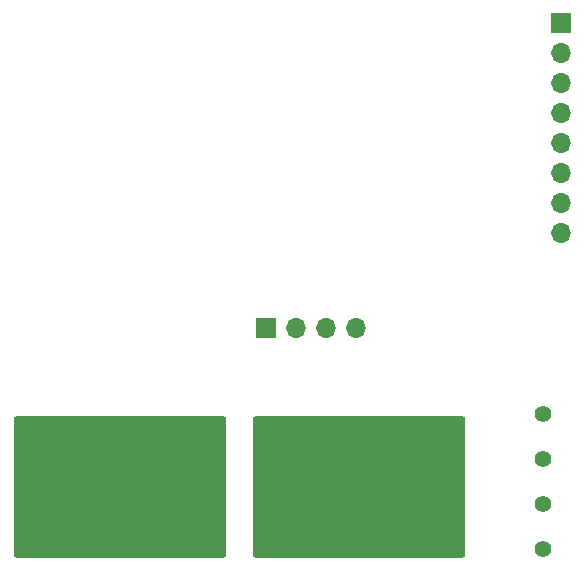
<source format=gbs>
%TF.GenerationSoftware,KiCad,Pcbnew,8.0.0*%
%TF.CreationDate,2024-12-15T14:54:56+05:30*%
%TF.ProjectId,RFID_1,52464944-5f31-42e6-9b69-6361645f7063,rev?*%
%TF.SameCoordinates,Original*%
%TF.FileFunction,Soldermask,Bot*%
%TF.FilePolarity,Negative*%
%FSLAX46Y46*%
G04 Gerber Fmt 4.6, Leading zero omitted, Abs format (unit mm)*
G04 Created by KiCad (PCBNEW 8.0.0) date 2024-12-15 14:54:56*
%MOMM*%
%LPD*%
G01*
G04 APERTURE LIST*
G04 Aperture macros list*
%AMRoundRect*
0 Rectangle with rounded corners*
0 $1 Rounding radius*
0 $2 $3 $4 $5 $6 $7 $8 $9 X,Y pos of 4 corners*
0 Add a 4 corners polygon primitive as box body*
4,1,4,$2,$3,$4,$5,$6,$7,$8,$9,$2,$3,0*
0 Add four circle primitives for the rounded corners*
1,1,$1+$1,$2,$3*
1,1,$1+$1,$4,$5*
1,1,$1+$1,$6,$7*
1,1,$1+$1,$8,$9*
0 Add four rect primitives between the rounded corners*
20,1,$1+$1,$2,$3,$4,$5,0*
20,1,$1+$1,$4,$5,$6,$7,0*
20,1,$1+$1,$6,$7,$8,$9,0*
20,1,$1+$1,$8,$9,$2,$3,0*%
G04 Aperture macros list end*
%ADD10RoundRect,0.250000X8.750000X-5.750000X8.750000X5.750000X-8.750000X5.750000X-8.750000X-5.750000X0*%
%ADD11C,1.397000*%
%ADD12R,1.700000X1.700000*%
%ADD13O,1.700000X1.700000*%
G04 APERTURE END LIST*
D10*
%TO.C,J4*%
X156850000Y-118675000D03*
%TD*%
%TO.C,J5*%
X136625000Y-118725000D03*
%TD*%
D11*
%TO.C,J3*%
X172421000Y-123944900D03*
X172421000Y-120134900D03*
X172421000Y-116324900D03*
X172421000Y-112514900D03*
%TD*%
D12*
%TO.C,J1*%
X148955600Y-105196800D03*
D13*
X151495600Y-105196800D03*
X154035600Y-105196800D03*
X156575600Y-105196800D03*
%TD*%
D12*
%TO.C,J2*%
X173939200Y-79400400D03*
D13*
X173939200Y-81940400D03*
X173939200Y-84480400D03*
X173939200Y-87020400D03*
X173939200Y-89560400D03*
X173939200Y-92100400D03*
X173939200Y-94640400D03*
X173939200Y-97180400D03*
%TD*%
M02*

</source>
